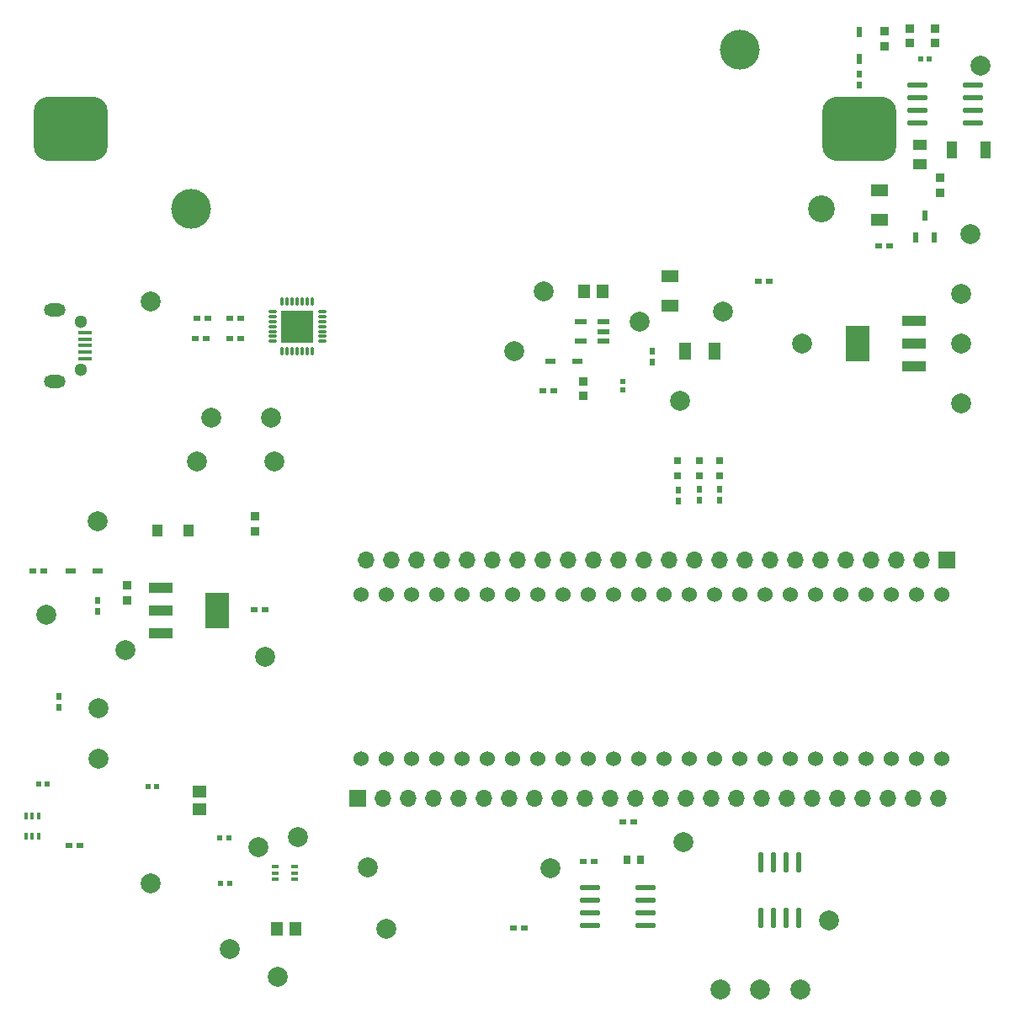
<source format=gbr>
%TF.GenerationSoftware,KiCad,Pcbnew,(7.0.0)*%
%TF.CreationDate,2023-03-21T11:07:28+02:00*%
%TF.ProjectId,SCHEMATICS,53434845-4d41-4544-9943-532e6b696361,rev?*%
%TF.SameCoordinates,Original*%
%TF.FileFunction,Soldermask,Top*%
%TF.FilePolarity,Negative*%
%FSLAX46Y46*%
G04 Gerber Fmt 4.6, Leading zero omitted, Abs format (unit mm)*
G04 Created by KiCad (PCBNEW (7.0.0)) date 2023-03-21 11:07:28*
%MOMM*%
%LPD*%
G01*
G04 APERTURE LIST*
G04 Aperture macros list*
%AMRoundRect*
0 Rectangle with rounded corners*
0 $1 Rounding radius*
0 $2 $3 $4 $5 $6 $7 $8 $9 X,Y pos of 4 corners*
0 Add a 4 corners polygon primitive as box body*
4,1,4,$2,$3,$4,$5,$6,$7,$8,$9,$2,$3,0*
0 Add four circle primitives for the rounded corners*
1,1,$1+$1,$2,$3*
1,1,$1+$1,$4,$5*
1,1,$1+$1,$6,$7*
1,1,$1+$1,$8,$9*
0 Add four rect primitives between the rounded corners*
20,1,$1+$1,$2,$3,$4,$5,0*
20,1,$1+$1,$4,$5,$6,$7,0*
20,1,$1+$1,$6,$7,$8,$9,0*
20,1,$1+$1,$8,$9,$2,$3,0*%
G04 Aperture macros list end*
%ADD10R,0.700000X0.600000*%
%ADD11C,2.000000*%
%ADD12R,1.450000X1.150000*%
%ADD13C,1.524000*%
%ADD14R,1.207518X1.701016*%
%ADD15R,0.600000X0.700000*%
%ADD16R,1.400000X0.400000*%
%ADD17C,1.300000*%
%ADD18O,2.200000X1.300000*%
%ADD19R,0.565659X0.540005*%
%ADD20R,0.350013X0.780010*%
%ADD21R,1.100000X1.700000*%
%ADD22R,0.864008X0.806477*%
%ADD23R,0.540005X0.565659*%
%ADD24R,1.000000X0.600000*%
%ADD25R,0.970000X0.920000*%
%ADD26R,1.156998X0.489992*%
%ADD27R,1.175006X0.489992*%
%ADD28R,1.000000X1.200000*%
%ADD29R,0.532004X1.070003*%
%ADD30R,2.470003X0.980010*%
%ADD31R,2.470003X3.600000*%
%ADD32R,0.800000X0.800000*%
%ADD33R,0.800000X0.900000*%
%ADD34R,1.377013X1.132537*%
%ADD35R,1.701016X1.207518*%
%ADD36O,0.588011X2.045009*%
%ADD37O,2.045009X0.588011*%
%ADD38R,1.150000X1.450000*%
%ADD39R,0.600000X1.000000*%
%ADD40R,1.700000X1.700000*%
%ADD41O,1.700000X1.700000*%
%ADD42C,4.000000*%
%ADD43C,2.700000*%
%ADD44RoundRect,1.625000X-2.125000X-1.625000X2.125000X-1.625000X2.125000X1.625000X-2.125000X1.625000X0*%
%ADD45O,0.900000X0.280010*%
%ADD46O,0.280010X0.900000*%
%ADD47R,3.200000X3.200000*%
%ADD48R,0.780010X0.350013*%
G04 APERTURE END LIST*
D10*
%TO.C,R33*%
X147978915Y-133068503D03*
X149078915Y-133068503D03*
%TD*%
D11*
%TO.C,TP8*%
X116969711Y-92799975D03*
%TD*%
%TO.C,TP24*%
X104499111Y-76750000D03*
%TD*%
D12*
%TO.C,C4*%
X109409999Y-127829999D03*
X109409999Y-126029999D03*
%TD*%
D11*
%TO.C,TP36*%
X126306274Y-133612033D03*
%TD*%
%TO.C,TP4*%
X153726500Y-78753538D03*
%TD*%
D10*
%TO.C,R28*%
X112477999Y-78422253D03*
X113577999Y-78422253D03*
%TD*%
D13*
%TO.C,U8*%
X184126500Y-106193500D03*
X181586500Y-106193500D03*
X179046500Y-106193500D03*
X176506500Y-106193500D03*
X173966500Y-106193500D03*
X171426500Y-106193500D03*
X168886500Y-106193500D03*
X166346500Y-106193500D03*
X163806500Y-106193500D03*
X161266500Y-106193500D03*
X158726500Y-106193500D03*
X156186500Y-106193500D03*
X153646500Y-106193500D03*
X151106500Y-106193500D03*
X148566500Y-106193500D03*
X146026500Y-106193500D03*
X143486500Y-106193500D03*
X140946500Y-106193500D03*
X138406500Y-106193500D03*
X135866500Y-106193500D03*
X133326500Y-106193500D03*
X130786500Y-106193500D03*
X128246500Y-106193500D03*
X125706500Y-106193500D03*
X125706500Y-122703500D03*
X128246500Y-122703500D03*
X130786500Y-122703500D03*
X133326500Y-122703500D03*
X135866500Y-122703500D03*
X138406500Y-122703500D03*
X140946500Y-122703500D03*
X143486500Y-122703500D03*
X146026500Y-122703500D03*
X148566500Y-122703500D03*
X151106500Y-122703500D03*
X153646500Y-122703500D03*
X156186500Y-122703500D03*
X158726500Y-122703500D03*
X161266500Y-122703500D03*
X163806500Y-122703500D03*
X166346500Y-122703500D03*
X168886500Y-122703500D03*
X171426500Y-122703500D03*
X173966500Y-122703500D03*
X176506500Y-122703500D03*
X179046500Y-122703500D03*
X181586500Y-122703500D03*
X184126500Y-122703500D03*
%TD*%
D11*
%TO.C,TP3*%
X144033840Y-75753538D03*
%TD*%
%TO.C,TP31*%
X187000000Y-70000000D03*
%TD*%
%TO.C,TP35*%
X169821496Y-145931084D03*
%TD*%
D14*
%TO.C,R22*%
X158247708Y-81703499D03*
X161205290Y-81703499D03*
%TD*%
D10*
%TO.C,R24*%
X165626499Y-74703499D03*
X166726499Y-74703499D03*
%TD*%
D15*
%TO.C,R17*%
X95249999Y-117569999D03*
X95249999Y-116469999D03*
%TD*%
D16*
%TO.C,MicroXNJ1*%
X97871729Y-79874967D03*
X97871729Y-80524955D03*
X97871729Y-81174942D03*
X97871729Y-81824929D03*
X97871729Y-82474917D03*
D17*
X97499111Y-83599886D03*
D18*
X94829057Y-84774891D03*
X94829057Y-77574993D03*
D17*
X97499111Y-78750000D03*
%TD*%
D19*
%TO.C,R40*%
X182804816Y-52323999D03*
X181939182Y-52323999D03*
%TD*%
D20*
%TO.C,U3*%
X93249999Y-128490015D03*
X92600012Y-128490015D03*
X91950025Y-128490015D03*
X91950025Y-130469999D03*
X92600012Y-130469999D03*
X93249999Y-130469999D03*
%TD*%
D11*
%TO.C,TP16*%
X117306274Y-144612033D03*
%TD*%
%TO.C,TP32*%
X172726500Y-138931084D03*
%TD*%
D10*
%TO.C,R14*%
X177715999Y-71119999D03*
X178815999Y-71119999D03*
%TD*%
%TO.C,R25*%
X109027999Y-80422253D03*
X110127999Y-80422253D03*
%TD*%
%TO.C,R5*%
X92649999Y-103799974D03*
X93749999Y-103799974D03*
%TD*%
D15*
%TO.C,R15*%
X175767999Y-54947999D03*
X175767999Y-53847999D03*
%TD*%
D11*
%TO.C,TP20*%
X162033840Y-77753538D03*
%TD*%
D21*
%TO.C,D3*%
X188467999Y-61467999D03*
X185067949Y-61467999D03*
%TD*%
D22*
%TO.C,R9*%
X178307999Y-49538633D03*
X178307999Y-51045365D03*
%TD*%
D10*
%TO.C,R27*%
X109129999Y-78422253D03*
X110229999Y-78422253D03*
%TD*%
D23*
%TO.C,R3*%
X152033839Y-85619171D03*
X152033839Y-84753537D03*
%TD*%
D11*
%TO.C,TP5*%
X94000000Y-108250000D03*
%TD*%
%TO.C,TP29*%
X186000000Y-76000000D03*
%TD*%
%TO.C,TP17*%
X115306274Y-131612033D03*
%TD*%
D19*
%TO.C,R21*%
X111481190Y-130632007D03*
X112346824Y-130632007D03*
%TD*%
D11*
%TO.C,TP28*%
X186000000Y-81000000D03*
%TD*%
%TO.C,TP33*%
X161821496Y-145931084D03*
%TD*%
D15*
%TO.C,R31*%
X157586499Y-95703499D03*
X157586499Y-96803499D03*
%TD*%
D24*
%TO.C,D4*%
X96469799Y-103799974D03*
X99169799Y-103799974D03*
%TD*%
D25*
%TO.C,C3*%
X114969710Y-98299974D03*
X114969710Y-99849974D03*
%TD*%
D11*
%TO.C,TP14*%
X99250000Y-117670000D03*
%TD*%
D10*
%TO.C,R7*%
X114949999Y-107749999D03*
X116049999Y-107749999D03*
%TD*%
D22*
%TO.C,R2*%
X148033839Y-84753537D03*
X148033839Y-86260269D03*
%TD*%
D26*
%TO.C,TP4054-42-SOT25R1*%
X150033839Y-80703499D03*
X150033839Y-79753537D03*
X150033839Y-78803575D03*
D27*
X147726499Y-78803575D03*
X147726499Y-80703499D03*
%TD*%
D11*
%TO.C,TP6*%
X109169800Y-92799975D03*
%TD*%
D10*
%TO.C,R26*%
X112477999Y-80422253D03*
X113577999Y-80422253D03*
%TD*%
D19*
%TO.C,R20*%
X111556373Y-135204007D03*
X112422007Y-135204007D03*
%TD*%
D28*
%TO.C,D2*%
X105169799Y-99799974D03*
X108269621Y-99799974D03*
%TD*%
D11*
%TO.C,TP21*%
X157726500Y-86703500D03*
%TD*%
%TO.C,TP12*%
X186000000Y-87000000D03*
%TD*%
D10*
%TO.C,R32*%
X153078915Y-129068503D03*
X151978915Y-129068503D03*
%TD*%
D29*
%TO.C,Q1*%
X181422037Y-70342002D03*
X183321960Y-70342002D03*
X182371999Y-68071999D03*
%TD*%
D10*
%TO.C,R1*%
X145033839Y-85753537D03*
X143933839Y-85753537D03*
%TD*%
%TO.C,R34*%
X140988915Y-139768503D03*
X142088915Y-139768503D03*
%TD*%
D11*
%TO.C,TP22*%
X116578000Y-88422254D03*
%TD*%
D30*
%TO.C,REF2*%
X181264700Y-83282188D03*
X181264700Y-80982213D03*
X181264700Y-78682238D03*
D31*
X175594900Y-80982213D03*
%TD*%
D11*
%TO.C,TP30*%
X188000000Y-53000000D03*
%TD*%
D15*
%TO.C,R4*%
X154999999Y-81753537D03*
X154999999Y-82853537D03*
%TD*%
D11*
%TO.C,TP10*%
X99169800Y-98799975D03*
%TD*%
D32*
%TO.C,D6*%
X161726499Y-92703499D03*
X161733357Y-94302433D03*
%TD*%
D11*
%TO.C,TP27*%
X144726500Y-133703500D03*
%TD*%
D33*
%TO.C,C6*%
X152378890Y-132848528D03*
X153778940Y-132848528D03*
%TD*%
D11*
%TO.C,TP34*%
X165821496Y-145931084D03*
%TD*%
D10*
%TO.C,R16*%
X97349999Y-131469999D03*
X96249999Y-131469999D03*
%TD*%
D19*
%TO.C,R18*%
X105115633Y-125469999D03*
X104249999Y-125469999D03*
%TD*%
D34*
%TO.C,R13*%
X181863999Y-60975999D03*
X181863999Y-62975999D03*
%TD*%
D11*
%TO.C,TP23*%
X110578000Y-88422254D03*
%TD*%
D35*
%TO.C,R12*%
X177799999Y-68489581D03*
X177799999Y-65531999D03*
%TD*%
D36*
%TO.C,U7*%
X169726499Y-133158667D03*
X168456496Y-133158667D03*
X167186494Y-133158667D03*
X165916491Y-133158667D03*
X165916491Y-138703499D03*
X167186494Y-138703499D03*
X168456496Y-138703499D03*
X169726499Y-138703499D03*
%TD*%
D11*
%TO.C,TP15*%
X99250000Y-122750000D03*
%TD*%
%TO.C,TP18*%
X128170008Y-139776008D03*
%TD*%
D15*
%TO.C,R29*%
X161726499Y-95603499D03*
X161726499Y-96703499D03*
%TD*%
D30*
%TO.C,REF1*%
X105499999Y-105499999D03*
X105499999Y-107799974D03*
X105499999Y-110099949D03*
D31*
X111169799Y-107799974D03*
%TD*%
D35*
%TO.C,R23*%
X156726499Y-74224708D03*
X156726499Y-77182290D03*
%TD*%
D11*
%TO.C,TP19*%
X104500000Y-135250000D03*
%TD*%
D22*
%TO.C,R8*%
X183387999Y-49275999D03*
X183387999Y-50782731D03*
%TD*%
D24*
%TO.C,D1*%
X144683839Y-82753537D03*
X147383839Y-82753537D03*
%TD*%
D11*
%TO.C,TP9*%
X141033840Y-81753538D03*
%TD*%
%TO.C,TP1*%
X112422008Y-141808008D03*
%TD*%
%TO.C,TP7*%
X102000000Y-111750000D03*
%TD*%
D37*
%TO.C,U1*%
X187176415Y-58801003D03*
X187176415Y-57531000D03*
X187176415Y-56260998D03*
X187176415Y-54990995D03*
X181631583Y-54990995D03*
X181631583Y-56260998D03*
X181631583Y-57531000D03*
X181631583Y-58801003D03*
%TD*%
D25*
%TO.C,C2*%
X102169799Y-105249974D03*
X102169799Y-106799974D03*
%TD*%
D15*
%TO.C,R30*%
X159726499Y-95603499D03*
X159726499Y-96703499D03*
%TD*%
D11*
%TO.C,TP13*%
X116000000Y-112500000D03*
%TD*%
D22*
%TO.C,R11*%
X183895999Y-64270633D03*
X183895999Y-65777365D03*
%TD*%
D38*
%TO.C,C1*%
X148133839Y-75753537D03*
X149933839Y-75753537D03*
%TD*%
D19*
%TO.C,R19*%
X94115633Y-125289999D03*
X93249999Y-125289999D03*
%TD*%
D11*
%TO.C,TP2*%
X119306274Y-130612033D03*
%TD*%
D39*
%TO.C,D5*%
X175767999Y-52323999D03*
X175767999Y-49623999D03*
%TD*%
D15*
%TO.C,R6*%
X99169799Y-106799974D03*
X99169799Y-107899974D03*
%TD*%
D11*
%TO.C,TP26*%
X158078916Y-131068504D03*
%TD*%
D38*
%TO.C,C5*%
X117226007Y-139776007D03*
X119026007Y-139776007D03*
%TD*%
D11*
%TO.C,TP11*%
X170000000Y-81000000D03*
%TD*%
D40*
%TO.C,J2*%
X125306499Y-126703499D03*
D41*
X127846499Y-126703499D03*
X130386499Y-126703499D03*
X132926499Y-126703499D03*
X135466499Y-126703499D03*
X138006499Y-126703499D03*
X140546499Y-126703499D03*
X143086499Y-126703499D03*
X145626499Y-126703499D03*
X148166499Y-126703499D03*
X150706499Y-126703499D03*
X153246499Y-126703499D03*
X155786499Y-126703499D03*
X158326499Y-126703499D03*
X160866499Y-126703499D03*
X163406499Y-126703499D03*
X165946499Y-126703499D03*
X168486499Y-126703499D03*
X171026499Y-126703499D03*
X173566499Y-126703499D03*
X176106499Y-126703499D03*
X178646499Y-126703499D03*
X181186499Y-126703499D03*
X183726499Y-126703499D03*
%TD*%
D42*
%TO.C,U9*%
X108544000Y-67419000D03*
X163744000Y-51419000D03*
D43*
X171964000Y-67419000D03*
D44*
X175794000Y-59419000D03*
X96494000Y-59419000D03*
%TD*%
D32*
%TO.C,D8*%
X157515641Y-92703499D03*
X157522499Y-94302433D03*
%TD*%
D45*
%TO.C,IC1*%
X116749999Y-77748729D03*
X116749999Y-78249110D03*
X116749999Y-78749491D03*
X116749999Y-79249872D03*
X116749999Y-79750253D03*
X116749999Y-80250634D03*
X116749999Y-80751015D03*
D46*
X117748729Y-81749999D03*
X118249110Y-81749999D03*
X118749491Y-81749999D03*
X119249872Y-81749999D03*
X119750253Y-81749999D03*
X120250634Y-81749999D03*
X120751015Y-81749999D03*
D45*
X121749999Y-80751015D03*
X121749999Y-80250634D03*
X121749999Y-79750253D03*
X121749999Y-79249872D03*
X121749999Y-78749491D03*
X121749999Y-78249110D03*
X121749999Y-77748729D03*
D46*
X120751015Y-76749999D03*
X120250634Y-76749999D03*
X119750253Y-76749999D03*
X119249872Y-76749999D03*
X118749491Y-76749999D03*
X118249110Y-76749999D03*
X117748729Y-76749999D03*
D47*
X119249872Y-79249872D03*
%TD*%
D40*
%TO.C,J1*%
X184586499Y-102703499D03*
D41*
X182046499Y-102703499D03*
X179506499Y-102703499D03*
X176966499Y-102703499D03*
X174426499Y-102703499D03*
X171886499Y-102703499D03*
X169346499Y-102703499D03*
X166806499Y-102703499D03*
X164266499Y-102703499D03*
X161726499Y-102703499D03*
X159186499Y-102703499D03*
X156646499Y-102703499D03*
X154106499Y-102703499D03*
X151566499Y-102703499D03*
X149026499Y-102703499D03*
X146486499Y-102703499D03*
X143946499Y-102703499D03*
X141406499Y-102703499D03*
X138866499Y-102703499D03*
X136326499Y-102703499D03*
X133786499Y-102703499D03*
X131246499Y-102703499D03*
X128706499Y-102703499D03*
X126166499Y-102703499D03*
%TD*%
D22*
%TO.C,R10*%
X180847999Y-50782731D03*
X180847999Y-49275999D03*
%TD*%
D32*
%TO.C,D7*%
X159726499Y-92703499D03*
X159733357Y-94302433D03*
%TD*%
D48*
%TO.C,U5*%
X118999999Y-134837994D03*
X118999999Y-134188007D03*
X118999999Y-133538020D03*
X117020015Y-133538020D03*
X117020015Y-134188007D03*
X117020015Y-134837994D03*
%TD*%
D37*
%TO.C,U6*%
X154271331Y-139513507D03*
X154271331Y-138243504D03*
X154271331Y-136973502D03*
X154271331Y-135703499D03*
X148726499Y-135703499D03*
X148726499Y-136973502D03*
X148726499Y-138243504D03*
X148726499Y-139513507D03*
%TD*%
M02*

</source>
